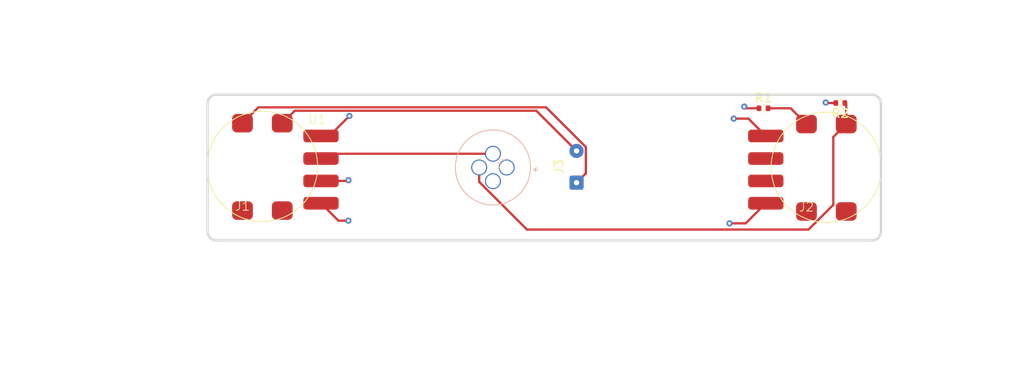
<source format=kicad_pcb>
(kicad_pcb (version 20240108) (generator "pcbnew") (generator_version "8.0")
  (title_block (rev "1"))
  (layers (0 "F.Cu" signal "Front") (1 "In1.Cu" signal) (2 "In2.Cu" signal) (31 "B.Cu" signal "Back") (34 "B.Paste" user) (35 "F.Paste" user) (36 "B.SilkS" user "B.Silkscreen") (37 "F.SilkS" user "F.Silkscreen") (38 "B.Mask" user) (39 "F.Mask" user) (44 "Edge.Cuts" user))
  (net 0 "")
  (net 1 "switch_a")
  (net 2 "switch_b")
  (net 4 "Button")
  (net 5 "Net-(J2-Pad4)")
  (net 7 "5v")
  (net 8 "LED")
  (net 9 "GND")
  (footprint "21xt_footprints:K12SD S 1.5 6N O LFTX" (layer "F.Cu") (at 3.96 13.13)
    (property "Reference" "J1" (at 0 -0.5 0) (layer "F.SilkS") (effects (font (thickness 0.1))))
    (property "Value" "~")
    (fp_circle (center 2.25 -5) (end 8.5 -5) (stroke (width 0.1)) (fill none) (layer "F.SilkS"))
    (pad "1" smd roundrect (at 0 0) (size 2.35 2.1) (layers "F.Cu" "F.Paste" "F.Mask"))
    (pad "2" smd roundrect (at 4.5 0) (size 2.35 2.1) (layers "F.Cu" "F.Paste" "F.Mask"))
    (pad "3" smd roundrect (at 4.5 -9.9) (size 2.35 2.1) (layers "F.Cu" "F.Paste" "F.Mask") (net 2 "switch_b"))
    (pad "4" smd roundrect (at 0 -9.9) (size 2.35 2.1) (layers "F.Cu" "F.Paste" "F.Mask") (net 1 "switch_a"))
  )
  (footprint "Resistor_SMD:R_0402_1005Metric" (layer "F.Cu") (at 62.92 1.54)
    (property "Reference" "R1" (at 0 -1.17 0) (layer "F.SilkS"))
    (property "Value" "1k")
    (fp_line (start -0.153641 -0.38) (end 0.153641 -0.38) (stroke (width 0.12)) (layer "F.SilkS"))
    (fp_line (start -0.153641 0.38) (end 0.153641 0.38) (stroke (width 0.12)) (layer "F.SilkS"))
    (pad "1" smd roundrect (at -0.51 0) (size 0.54 0.64) (layers "F.Cu" "F.Paste" "F.Mask") (net 7 "5v"))
    (pad "2" smd roundrect (at 0.51 0) (size 0.54 0.64) (layers "F.Cu" "F.Paste" "F.Mask") (net 5 "Net-(J2-Pad4)"))
  )
  (footprint "21xt_footprints:K12SD S 1.5 6N O LFTX" (layer "F.Cu") (at 67.78 13.23)
    (property "Reference" "J2" (at 0 -0.5 0) (layer "F.SilkS") (effects (font (thickness 0.1))))
    (property "Value" "~")
    (fp_circle (center 2.25 -5) (end 8.5 -5) (stroke (width 0.1)) (fill none) (layer "F.SilkS"))
    (pad "1" smd roundrect (at 0 0) (size 2.35 2.1) (layers "F.Cu" "F.Paste" "F.Mask"))
    (pad "2" smd roundrect (at 4.5 0) (size 2.35 2.1) (layers "F.Cu" "F.Paste" "F.Mask"))
    (pad "3" smd roundrect (at 4.5 -9.9) (size 2.35 2.1) (layers "F.Cu" "F.Paste" "F.Mask") (net 4 "Button"))
    (pad "4" smd roundrect (at 0 -9.9) (size 2.35 2.1) (layers "F.Cu" "F.Paste" "F.Mask") (net 5 "Net-(J2-Pad4)"))
  )
  (footprint "Resistor_SMD:R_0402_1005Metric" (layer "F.Cu") (at 71.61 0.94 180)
    (property "Reference" "R2" (at 0 -1.17 360) (layer "F.SilkS"))
    (property "Value" "2.2k")
    (fp_line (start -0.153641 0.38) (end 0.153641 0.38) (stroke (width 0.12)) (layer "F.SilkS"))
    (fp_line (start -0.153641 -0.38) (end 0.153641 -0.38) (stroke (width 0.12)) (layer "F.SilkS"))
    (pad "1" smd roundrect (at -0.51 0 180) (size 0.54 0.64) (layers "F.Cu" "F.Paste" "F.Mask") (net 4 "Button"))
    (pad "2" smd roundrect (at 0.51 0 180) (size 0.54 0.64) (layers "F.Cu" "F.Paste" "F.Mask") (net 9 "GND"))
  )
  (footprint "Connector_Wire:SolderWire-0.1sqmm_1x02_P3.6mm_D0.4mm_OD1mm" (layer "F.Cu") (at 41.76 9.97 90)
    (property "Reference" "J3" (at 1.8 -2 90) (layer "F.SilkS"))
    (property "Value" "Conn_01x02")
    (pad "1" thru_hole roundrect (at 0 0 90) (size 1.6 1.6) (drill 0.6) (layers "*.Cu" "*.Mask") (roundrect_rratio 0.15625) (net 1 "switch_a"))
    (pad "2" thru_hole circle (at 3.6 0 90) (size 1.6 1.6) (drill 0.6) (layers "*.Cu" "*.Mask") (net 2 "switch_b"))
  )
  (footprint "21xt_footprints:led_strip" (layer "F.Cu") (at 12.4075 3.32)
    (property "Reference" "U1" (at 0 -0.5 0) (layer "F.SilkS") (effects (font (thickness 0.1))))
    (property "Value" "~")
    (pad "1" smd roundrect (at 0.436 1.356) (size 4 1.434) (layers "F.Cu" "F.Paste" "F.Mask") (net 9 "GND"))
    (pad "2" smd roundrect (at 0.436 3.915) (size 4 1.434) (layers "F.Cu" "F.Paste" "F.Mask") (net 8 "LED"))
    (pad "3" smd roundrect (at 0.436 6.453) (size 4 1.434) (layers "F.Cu" "F.Paste" "F.Mask") (net 7 "5v"))
    (pad "4" smd roundrect (at 0.436 8.981) (size 4 1.434) (layers "F.Cu" "F.Paste" "F.Mask") (net 9 "GND"))
    (pad "5" smd roundrect (at 50.769 1.356) (size 4 1.434) (layers "F.Cu" "F.Paste" "F.Mask") (net 9 "GND"))
    (pad "6" smd roundrect (at 50.769 3.915) (size 4 1.434) (layers "F.Cu" "F.Paste" "F.Mask"))
    (pad "7" smd roundrect (at 50.769 6.453) (size 4 1.434) (layers "F.Cu" "F.Paste" "F.Mask"))
    (pad "8" smd roundrect (at 50.769 8.981) (size 4 1.434) (layers "F.Cu" "F.Paste" "F.Mask") (net 9 "GND"))
  )
  (footprint "21xt_footprints:m8 pp bulkhead 09 4912 081 04" (layer "B.Cu") (at 33.855635 8.245635 -135)
    (property "Reference" "J4" (at 0 0.499999 45) (layer "B.SilkS") (effects (font (thickness 0.1)) (justify mirror)))
    (property "Value" "~")
    (fp_circle (center 1.1 1.1) (end 5.35 1.1) (stroke (width 0.1)) (fill none) (layer "B.SilkS"))
    (fp_text user "*" (at -2.57 -3.37 45) (layer "B.SilkS") (effects (font (thickness 0.1)) (justify left bottom mirror)))
    (pad "1" thru_hole circle (at 0 0 225) (size 1.8 1.8) (drill 1.55) (layers "*.Cu" "*.Mask") (net 7 "5v"))
    (pad "2" thru_hole circle (at 0 2.2 225) (size 1.8 1.8) (drill 1.55) (layers "*.Cu" "*.Mask") (net 8 "LED"))
    (pad "3" thru_hole circle (at 2.2 2.2 225) (size 1.8 1.8) (drill 1.55) (layers "*.Cu" "*.Mask") (net 4 "Button"))
    (pad "4" thru_hole circle (at 2.2 0 225) (size 1.8 1.8) (drill 1.55) (layers "*.Cu" "*.Mask") (net 9 "GND"))
  )
  (gr_line (start 1 0) (end 75.2 0) (stroke (width 0.25)) (layer "Edge.Cuts"))
  (gr_arc (start 0 1) (mid 0.292893 0.292893) (end 1 0) (stroke (width 0.25)) (layer "Edge.Cuts"))
  (gr_line (start 76.2 1) (end 76.2 15.51) (stroke (width 0.25)) (layer "Edge.Cuts"))
  (gr_arc (start 76.2 15.51) (mid 75.907107 16.217107) (end 75.2 16.51) (stroke (width 0.25)) (layer "Edge.Cuts"))
  (gr_arc (start 75.2 0) (mid 75.907107 0.292893) (end 76.2 1) (stroke (width 0.25)) (layer "Edge.Cuts"))
  (gr_arc (start 1 16.51) (mid 0.292893 16.217107) (end 0 15.51) (stroke (width 0.25)) (layer "Edge.Cuts"))
  (gr_line (start 75.2 16.51) (end 1 16.51) (stroke (width 0.25)) (layer "Edge.Cuts"))
  (gr_line (start 0 15.51) (end 0 1) (stroke (width 0.25)) (layer "Edge.Cuts"))
  (segment (start 42.814 8.916) (end 42.814 5.933418) (width 0.254) (layer "F.Cu") (net 1))
  (segment (start 41.76 9.97) (end 42.814 8.916) (width 0.254) (layer "F.Cu") (net 1))
  (segment (start 5.7579 1.4321) (end 3.96 3.23) (width 0.254) (layer "F.Cu") (net 1))
  (segment (start 42.814 5.933418) (end 38.312682 1.4321) (width 0.254) (layer "F.Cu") (net 1))
  (segment (start 38.312682 1.4321) (end 5.7579 1.4321) (width 0.254) (layer "F.Cu") (net 1))
  (segment (start 37.2031 1.8131) (end 9.8769 1.8131) (width 0.254) (layer "F.Cu") (net 2))
  (segment (start 9.8769 1.8131) (end 8.46 3.23) (width 0.254) (layer "F.Cu") (net 2))
  (segment (start 41.76 6.37) (end 37.2031 1.8131) (width 0.254) (layer "F.Cu") (net 2))
  (segment (start 36.146727 15.28) (end 68.013654 15.28) (width 0.254) (layer "F.Cu") (net 4))
  (segment (start 30.744365 9.877638) (end 36.146727 15.28) (width 0.254) (layer "F.Cu") (net 4))
  (segment (start 70.816 12.477654) (end 70.816 4.794) (width 0.254) (layer "F.Cu") (net 4))
  (segment (start 72.28 1.1) (end 72.12 0.94) (width 0.254) (layer "F.Cu") (net 4))
  (segment (start 68.013654 15.28) (end 70.816 12.477654) (width 0.254) (layer "F.Cu") (net 4))
  (segment (start 70.816 4.794) (end 72.28 3.33) (width 0.254) (layer "F.Cu") (net 4))
  (segment (start 30.744365 8.245635) (end 30.744365 9.877638) (width 0.254) (layer "F.Cu") (net 4))
  (segment (start 72.28 3.33) (end 72.28 1.1) (width 0.254) (layer "F.Cu") (net 4))
  (segment (start 63.43 1.54) (end 65.99 1.54) (width 0.254) (layer "F.Cu") (net 5))
  (segment (start 65.99 1.54) (end 67.78 3.33) (width 0.254) (layer "F.Cu") (net 5))
  (segment (start 12.8435 9.773) (end 15.867 9.773) (width 0.254) (layer "F.Cu") (net 7))
  (segment (start 62.41 1.54) (end 60.93 1.54) (width 0.254) (layer "F.Cu") (net 7))
  (segment (start 60.93 1.54) (end 60.74 1.35) (width 0.254) (layer "F.Cu") (net 7))
  (segment (start 15.867 9.773) (end 15.95 9.69) (width 0.254) (layer "F.Cu") (net 7))
  (via (at 60.74 1.35) (size 0.6858) (drill 0.3302) (layers "F.Cu" "B.Cu") (net 7))
  (via (at 15.95 9.69) (size 0.6858) (drill 0.3302) (layers "F.Cu" "B.Cu") (net 7))
  (segment (start 13.3885 6.69) (end 32.3 6.69) (width 0.254) (layer "F.Cu") (net 8))
  (segment (start 12.8435 7.235) (end 13.3885 6.69) (width 0.254) (layer "F.Cu") (net 8))
  (segment (start 63.1765 4.676) (end 61.2105 2.71) (width 0.254) (layer "F.Cu") (net 9))
  (segment (start 63.1765 12.301) (end 60.8975 14.58) (width 0.254) (layer "F.Cu") (net 9))
  (segment (start 71.1 0.94) (end 70.01 0.94) (width 0.254) (layer "F.Cu") (net 9))
  (segment (start 60.8975 14.58) (end 59.07 14.58) (width 0.254) (layer "F.Cu") (net 9))
  (segment (start 13.794 4.676) (end 12.8435 4.676) (width 0.254) (layer "F.Cu") (net 9))
  (segment (start 16.06 2.41) (end 13.794 4.676) (width 0.254) (layer "F.Cu") (net 9))
  (segment (start 70.01 0.94) (end 69.96 0.89) (width 0.254) (layer "F.Cu") (net 9))
  (segment (start 61.2105 2.71) (end 59.55 2.71) (width 0.254) (layer "F.Cu") (net 9))
  (segment (start 14.8125 14.27) (end 15.94 14.27) (width 0.254) (layer "F.Cu") (net 9))
  (segment (start 12.8435 12.301) (end 14.8125 14.27) (width 0.254) (layer "F.Cu") (net 9))
  (via (at 59.55 2.71) (size 0.6858) (drill 0.3302) (layers "F.Cu" "B.Cu") (net 9))
  (via (at 59.07 14.58) (size 0.6858) (drill 0.3302) (layers "F.Cu" "B.Cu") (net 9))
  (via (at 15.94 14.27) (size 0.6858) (drill 0.3302) (layers "F.Cu" "B.Cu") (net 9))
  (via (at 69.96 0.89) (size 0.6858) (drill 0.3302) (layers "F.Cu" "B.Cu") (net 9))
  (via (at 16.06 2.41) (size 0.6858) (drill 0.3302) (layers "F.Cu" "B.Cu") (net 9))
)
</source>
